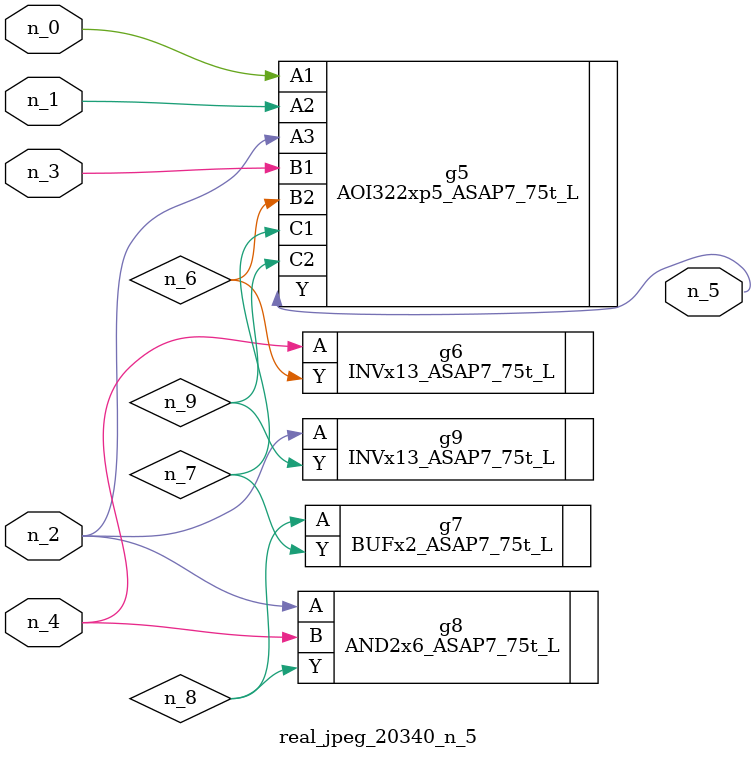
<source format=v>
module real_jpeg_20340_n_5 (n_4, n_0, n_1, n_2, n_3, n_5);

input n_4;
input n_0;
input n_1;
input n_2;
input n_3;

output n_5;

wire n_8;
wire n_6;
wire n_7;
wire n_9;

AOI322xp5_ASAP7_75t_L g5 ( 
.A1(n_0),
.A2(n_1),
.A3(n_2),
.B1(n_3),
.B2(n_6),
.C1(n_7),
.C2(n_9),
.Y(n_5)
);

AND2x6_ASAP7_75t_L g8 ( 
.A(n_2),
.B(n_4),
.Y(n_8)
);

INVx13_ASAP7_75t_L g9 ( 
.A(n_2),
.Y(n_9)
);

INVx13_ASAP7_75t_L g6 ( 
.A(n_4),
.Y(n_6)
);

BUFx2_ASAP7_75t_L g7 ( 
.A(n_8),
.Y(n_7)
);


endmodule
</source>
